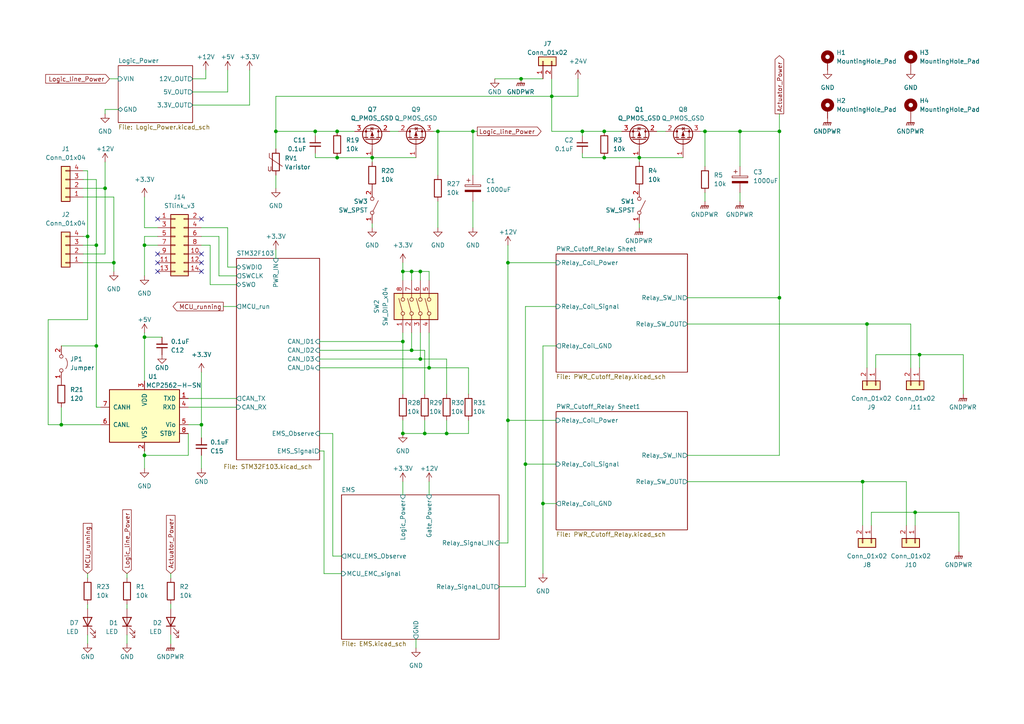
<source format=kicad_sch>
(kicad_sch (version 20230121) (generator eeschema)
  (paper "A4")
  (lib_symbols
    (symbol "Connector_Generic:Conn_01x02" (pin_names (offset 1.016) hide)
      (property "Reference" "J" (at 0 2.54 0))
      (property "Value" "Conn_01x02" (at 0 -5.08 0))
      (symbol "Conn_01x02_1_1"
        (rectangle (start -1.27 -2.413) (end 0 -2.667) (stroke (width 0.1524)))
        (rectangle (start -1.27 0.127) (end 0 -0.127) (stroke (width 0.1524)))
        (rectangle (start -1.27 1.27) (end 1.27 -3.81) (stroke (width 0.254)) (fill (type background)))
        (pin passive line (at -5.08 0 0) (length 3.81) (name "Pin_1") (number "1"))
        (pin passive line (at -5.08 -2.54 0) (length 3.81) (name "Pin_2") (number "2"))
      )
    )
    (symbol "Connector_Generic:Conn_01x04" (pin_names (offset 1.016) hide)
      (property "Reference" "J" (at 0 5.08 0))
      (property "Value" "Conn_01x04" (at 0 -7.62 0))
      (symbol "Conn_01x04_1_1"
        (rectangle (start -1.27 -4.953) (end 0 -5.207) (stroke (width 0.1524)))
        (rectangle (start -1.27 -2.413) (end 0 -2.667) (stroke (width 0.1524)))
        (rectangle (start -1.27 0.127) (end 0 -0.127) (stroke (width 0.1524)))
        (rectangle (start -1.27 2.667) (end 0 2.413) (stroke (width 0.1524)))
        (rectangle (start -1.27 3.81) (end 1.27 -6.35) (stroke (width 0.254)) (fill (type background)))
        (pin passive line (at -5.08 2.54 0) (length 3.81) (name "Pin_1") (number "1"))
        (pin passive line (at -5.08 0 0) (length 3.81) (name "Pin_2") (number "2"))
        (pin passive line (at -5.08 -2.54 0) (length 3.81) (name "Pin_3") (number "3"))
        (pin passive line (at -5.08 -5.08 0) (length 3.81) (name "Pin_4") (number "4"))
      )
    )
    (symbol "Connector_Generic:Conn_02x07_Odd_Even" (pin_names (offset 1.016) hide)
      (property "Reference" "J" (at 1.27 10.16 0))
      (property "Value" "Conn_02x07_Odd_Even" (at 1.27 -10.16 0))
      (symbol "Conn_02x07_Odd_Even_1_1"
        (rectangle (start -1.27 -7.493) (end 0 -7.747) (stroke (width 0.1524)))
        (rectangle (start -1.27 -4.953) (end 0 -5.207) (stroke (width 0.1524)))
        (rectangle (start -1.27 -2.413) (end 0 -2.667) (stroke (width 0.1524)))
        (rectangle (start -1.27 0.127) (end 0 -0.127) (stroke (width 0.1524)))
        (rectangle (start -1.27 2.667) (end 0 2.413) (stroke (width 0.1524)))
        (rectangle (start -1.27 5.207) (end 0 4.953) (stroke (width 0.1524)))
        (rectangle (start -1.27 7.747) (end 0 7.493) (stroke (width 0.1524)))
        (rectangle (start -1.27 8.89) (end 3.81 -8.89) (stroke (width 0.254)) (fill (type background)))
        (rectangle (start 3.81 -7.493) (end 2.54 -7.747) (stroke (width 0.1524)))
        (rectangle (start 3.81 -4.953) (end 2.54 -5.207) (stroke (width 0.1524)))
        (rectangle (start 3.81 -2.413) (end 2.54 -2.667) (stroke (width 0.1524)))
        (rectangle (start 3.81 0.127) (end 2.54 -0.127) (stroke (width 0.1524)))
        (rectangle (start 3.81 2.667) (end 2.54 2.413) (stroke (width 0.1524)))
        (rectangle (start 3.81 5.207) (end 2.54 4.953) (stroke (width 0.1524)))
        (rectangle (start 3.81 7.747) (end 2.54 7.493) (stroke (width 0.1524)))
        (pin passive line (at -5.08 7.62 0) (length 3.81) (name "Pin_1") (number "1"))
        (pin passive line (at 7.62 -2.54 180) (length 3.81) (name "Pin_10") (number "10"))
        (pin passive line (at -5.08 -5.08 0) (length 3.81) (name "Pin_11") (number "11"))
        (pin passive line (at 7.62 -5.08 180) (length 3.81) (name "Pin_12") (number "12"))
        (pin passive line (at -5.08 -7.62 0) (length 3.81) (name "Pin_13") (number "13"))
        (pin passive line (at 7.62 -7.62 180) (length 3.81) (name "Pin_14") (number "14"))
        (pin passive line (at 7.62 7.62 180) (length 3.81) (name "Pin_2") (number "2"))
        (pin passive line (at -5.08 5.08 0) (length 3.81) (name "Pin_3") (number "3"))
        (pin passive line (at 7.62 5.08 180) (length 3.81) (name "Pin_4") (number "4"))
        (pin passive line (at -5.08 2.54 0) (length 3.81) (name "Pin_5") (number "5"))
        (pin passive line (at 7.62 2.54 180) (length 3.81) (name "Pin_6") (number "6"))
        (pin passive line (at -5.08 0 0) (length 3.81) (name "Pin_7") (number "7"))
        (pin passive line (at 7.62 0 180) (length 3.81) (name "Pin_8") (number "8"))
        (pin passive line (at -5.08 -2.54 0) (length 3.81) (name "Pin_9") (number "9"))
      )
    )
    (symbol "Device:C_Polarized" (pin_numbers hide) (pin_names (offset 0.254))
      (property "Reference" "C" (at 0.635 2.54 0))
      (property "Value" "C_Polarized" (at 0.635 -2.54 0))
      (symbol "C_Polarized_0_1"
        (rectangle (start -2.286 0.508) (end 2.286 1.016))
        (polyline (pts (xy -1.778 2.286) (xy -0.762 2.286)))
        (polyline (pts (xy -1.27 2.794) (xy -1.27 1.778)))
        (rectangle (start 2.286 -0.508) (end -2.286 -1.016) (fill (type outline)))
      )
      (symbol "C_Polarized_1_1"
        (pin passive line (at 0 3.81 270) (length 2.794) (name "~") (number "1"))
        (pin passive line (at 0 -3.81 90) (length 2.794) (name "~") (number "2"))
      )
    )
    (symbol "Device:C_Small" (pin_numbers hide) (pin_names (offset 0.254) hide)
      (property "Reference" "C" (at 0.254 1.778 0))
      (property "Value" "C_Small" (at 0.254 -2.032 0))
      (symbol "C_Small_0_1"
        (polyline (pts (xy -1.524 -0.508) (xy 1.524 -0.508)) (stroke (width 0.3302)))
        (polyline (pts (xy -1.524 0.508) (xy 1.524 0.508)) (stroke (width 0.3048)))
      )
      (symbol "C_Small_1_1"
        (pin passive line (at 0 2.54 270) (length 2.032) (name "~") (number "1"))
        (pin passive line (at 0 -2.54 90) (length 2.032) (name "~") (number "2"))
      )
    )
    (symbol "Device:LED" (pin_numbers hide) (pin_names (offset 1.016) hide)
      (property "Reference" "D" (at 0 2.54 0))
      (property "Value" "LED" (at 0 -2.54 0))
      (symbol "LED_0_1"
        (polyline (pts (xy -1.27 -1.27) (xy -1.27 1.27)) (stroke (width 0.254)))
        (polyline (pts (xy -1.27 0) (xy 1.27 0)))
        (polyline (pts (xy 1.27 -1.27) (xy 1.27 1.27) (xy -1.27 0) (xy 1.27 -1.27)) (stroke (width 0.254)))
        (polyline (pts (xy -3.048 -0.762) (xy -4.572 -2.286) (xy -3.81 -2.286) (xy -4.572 -2.286) (xy -4.572 -1.524)))
        (polyline (pts (xy -1.778 -0.762) (xy -3.302 -2.286) (xy -2.54 -2.286) (xy -3.302 -2.286) (xy -3.302 -1.524)))
      )
      (symbol "LED_1_1"
        (pin passive line (at -3.81 0 0) (length 2.54) (name "K") (number "1"))
        (pin passive line (at 3.81 0 180) (length 2.54) (name "A") (number "2"))
      )
    )
    (symbol "Device:Q_PMOS_GDS" (pin_names (offset 0) hide)
      (property "Reference" "Q" (at 5.08 1.27 0))
      (property "Value" "Q_PMOS_GDS" (at 5.08 -1.27 0))
      (symbol "Q_PMOS_GDS_0_1"
        (polyline (pts (xy 0.254 0) (xy -2.54 0)))
        (polyline (pts (xy 0.254 1.905) (xy 0.254 -1.905)) (stroke (width 0.254)))
        (polyline (pts (xy 0.762 -1.27) (xy 0.762 -2.286)) (stroke (width 0.254)))
        (polyline (pts (xy 0.762 0.508) (xy 0.762 -0.508)) (stroke (width 0.254)))
        (polyline (pts (xy 0.762 2.286) (xy 0.762 1.27)) (stroke (width 0.254)))
        (polyline (pts (xy 2.54 2.54) (xy 2.54 1.778)))
        (polyline (pts (xy 2.54 -2.54) (xy 2.54 0) (xy 0.762 0)))
        (polyline (pts (xy 0.762 1.778) (xy 3.302 1.778) (xy 3.302 -1.778) (xy 0.762 -1.778)))
        (polyline (pts (xy 2.286 0) (xy 1.27 0.381) (xy 1.27 -0.381) (xy 2.286 0)) (fill (type outline)))
        (polyline (pts (xy 2.794 -0.508) (xy 2.921 -0.381) (xy 3.683 -0.381) (xy 3.81 -0.254)))
        (polyline (pts (xy 3.302 -0.381) (xy 2.921 0.254) (xy 3.683 0.254) (xy 3.302 -0.381)))
        (circle (center 1.651 0) (radius 2.794) (stroke (width 0.254)))
        (circle (center 2.54 -1.778) (radius 0.254) (fill (type outline)))
        (circle (center 2.54 1.778) (radius 0.254) (fill (type outline)))
      )
      (symbol "Q_PMOS_GDS_1_1"
        (pin input line (at -5.08 0 0) (length 2.54) (name "G") (number "1"))
        (pin passive line (at 2.54 5.08 270) (length 2.54) (name "D") (number "2"))
        (pin passive line (at 2.54 -5.08 90) (length 2.54) (name "S") (number "3"))
      )
    )
    (symbol "Device:R" (pin_numbers hide) (pin_names (offset 0))
      (property "Reference" "R" (at 2.032 0 90))
      (property "Value" "R" (at 0 0 90))
      (symbol "R_0_1"
        (rectangle (start -1.016 -2.54) (end 1.016 2.54) (stroke (width 0.254)))
      )
      (symbol "R_1_1"
        (pin passive line (at 0 3.81 270) (length 1.27) (name "~") (number "1"))
        (pin passive line (at 0 -3.81 90) (length 1.27) (name "~") (number "2"))
      )
    )
    (symbol "Device:Varistor" (pin_numbers hide) (pin_names (offset 0))
      (property "Reference" "RV" (at 3.175 0 90))
      (property "Value" "Varistor" (at -3.175 0 90))
      (symbol "Varistor_0_0"
        (text "U" (at -1.778 -2.032 0) (effects (font (size 1.27 1.27))))
      )
      (symbol "Varistor_0_1"
        (rectangle (start -1.016 -2.54) (end 1.016 2.54) (stroke (width 0.254)))
        (polyline (pts (xy -1.905 2.54) (xy -1.905 1.27) (xy 1.905 -1.27)))
      )
      (symbol "Varistor_1_1"
        (pin passive line (at 0 3.81 270) (length 1.27) (name "~") (number "1"))
        (pin passive line (at 0 -3.81 90) (length 1.27) (name "~") (number "2"))
      )
    )
    (symbol "Interface_CAN_LIN:MCP2562-H-SN" (pin_names (offset 1.016))
      (property "Reference" "U" (at -10.16 8.89 0))
      (property "Value" "MCP2562-H-SN" (at 2.54 8.89 0))
      (symbol "MCP2562-H-SN_0_1"
        (rectangle (start -10.16 7.62) (end 10.16 -7.62) (stroke (width 0.254)) (fill (type background)))
      )
      (symbol "MCP2562-H-SN_1_1"
        (pin input line (at -12.7 5.08 0) (length 2.54) (name "TXD") (number "1"))
        (pin power_in line (at 0 -10.16 90) (length 2.54) (name "VSS") (number "2"))
        (pin power_in line (at 0 10.16 270) (length 2.54) (name "VDD") (number "3"))
        (pin output line (at -12.7 2.54 0) (length 2.54) (name "RXD") (number "4"))
        (pin power_in line (at -12.7 -2.54 0) (length 2.54) (name "Vio") (number "5"))
        (pin bidirectional line (at 12.7 -2.54 180) (length 2.54) (name "CANL") (number "6"))
        (pin bidirectional line (at 12.7 2.54 180) (length 2.54) (name "CANH") (number "7"))
        (pin input line (at -12.7 -5.08 0) (length 2.54) (name "STBY") (number "8"))
      )
    )
    (symbol "Jumper:Jumper_2_Open" (pin_names (offset 0) hide)
      (property "Reference" "JP" (at 0 2.794 0))
      (property "Value" "Jumper_2_Open" (at 0 -2.286 0))
      (symbol "Jumper_2_Open_0_0"
        (circle (center -2.032 0) (radius 0.508))
        (circle (center 2.032 0) (radius 0.508))
      )
      (symbol "Jumper_2_Open_0_1"
        (arc (start 1.524 1.27) (mid 0 1.778) (end -1.524 1.27))
      )
      (symbol "Jumper_2_Open_1_1"
        (pin passive line (at -5.08 0 0) (length 2.54) (name "A") (number "1"))
        (pin passive line (at 5.08 0 180) (length 2.54) (name "B") (number "2"))
      )
    )
    (symbol "Mechanical:MountingHole_Pad" (pin_numbers hide) (pin_names (offset 1.016) hide)
      (property "Reference" "H" (at 0 6.35 0))
      (property "Value" "MountingHole_Pad" (at 0 4.445 0))
      (symbol "MountingHole_Pad_0_1"
        (circle (center 0 1.27) (radius 1.27) (stroke (width 1.27)))
      )
      (symbol "MountingHole_Pad_1_1"
        (pin input line (at 0 -2.54 90) (length 2.54) (name "1") (number "1"))
      )
    )
    (symbol "Switch:SW_DIP_x04" (pin_names (offset 0) hide)
      (property "Reference" "SW" (at 0 8.89 0))
      (property "Value" "SW_DIP_x04" (at 0 -6.35 0))
      (symbol "SW_DIP_x04_0_0"
        (circle (center -2.032 -2.54) (radius 0.508))
        (circle (center -2.032 0) (radius 0.508))
        (circle (center -2.032 2.54) (radius 0.508))
        (circle (center -2.032 5.08) (radius 0.508))
        (polyline (pts (xy -1.524 -2.3876) (xy 2.3622 -1.3462)))
        (polyline (pts (xy -1.524 0.127) (xy 2.3622 1.1684)))
        (polyline (pts (xy -1.524 2.667) (xy 2.3622 3.7084)))
        (polyline (pts (xy -1.524 5.207) (xy 2.3622 6.2484)))
        (circle (center 2.032 -2.54) (radius 0.508))
        (circle (center 2.032 0) (radius 0.508))
        (circle (center 2.032 2.54) (radius 0.508))
        (circle (center 2.032 5.08) (radius 0.508))
      )
      (symbol "SW_DIP_x04_0_1"
        (rectangle (start -3.81 7.62) (end 3.81 -5.08) (stroke (width 0.254)) (fill (type background)))
      )
      (symbol "SW_DIP_x04_1_1"
        (pin passive line (at -7.62 5.08 0) (length 5.08) (name "~") (number "1"))
        (pin passive line (at -7.62 2.54 0) (length 5.08) (name "~") (number "2"))
        (pin passive line (at -7.62 0 0) (length 5.08) (name "~") (number "3"))
        (pin passive line (at -7.62 -2.54 0) (length 5.08) (name "~") (number "4"))
        (pin passive line (at 7.62 -2.54 180) (length 5.08) (name "~") (number "5"))
        (pin passive line (at 7.62 0 180) (length 5.08) (name "~") (number "6"))
        (pin passive line (at 7.62 2.54 180) (length 5.08) (name "~") (number "7"))
        (pin passive line (at 7.62 5.08 180) (length 5.08) (name "~") (number "8"))
      )
    )
    (symbol "Switch:SW_SPST" (pin_names (offset 0) hide)
      (property "Reference" "SW" (at 0 3.175 0))
      (property "Value" "SW_SPST" (at 0 -2.54 0))
      (symbol "SW_SPST_0_0"
        (circle (center -2.032 0) (radius 0.508))
        (polyline (pts (xy -1.524 0.254) (xy 1.524 1.778)))
        (circle (center 2.032 0) (radius 0.508))
      )
      (symbol "SW_SPST_1_1"
        (pin passive line (at -5.08 0 0) (length 2.54) (name "A") (number "1"))
        (pin passive line (at 5.08 0 180) (length 2.54) (name "B") (number "2"))
      )
    )
    (symbol "power:+12V" (power) (pin_names (offset 0))
      (property "Value" "+12V" (at 0 3.556 0))
      (symbol "+12V_0_1"
        (polyline (pts (xy -0.762 1.27) (xy 0 2.54)))
        (polyline (pts (xy 0 0) (xy 0 2.54)))
        (polyline (pts (xy 0 2.54) (xy 0.762 1.27)))
      )
      (symbol "+12V_1_1"
        (pin power_in line (at 0 0 90) (length 0) hide (name "+12V") (number "1"))
      )
    )
    (symbol "power:+24V" (power) (pin_names (offset 0))
      (property "Value" "+24V" (at 0 3.556 0))
      (symbol "+24V_0_1"
        (polyline (pts (xy -0.762 1.27) (xy 0 2.54)))
        (polyline (pts (xy 0 0) (xy 0 2.54)))
        (polyline (pts (xy 0 2.54) (xy 0.762 1.27)))
      )
      (symbol "+24V_1_1"
        (pin power_in line (at 0 0 90) (length 0) hide (name "+24V") (number "1"))
      )
    )
    (symbol "power:+3.3V" (power) (pin_names (offset 0))
      (property "Value" "+3.3V" (at 0 3.556 0))
      (symbol "+3.3V_0_1"
        (polyline (pts (xy -0.762 1.27) (xy 0 2.54)))
        (polyline (pts (xy 0 0) (xy 0 2.54)))
        (polyline (pts (xy 0 2.54) (xy 0.762 1.27)))
      )
      (symbol "+3.3V_1_1"
        (pin power_in line (at 0 0 90) (length 0) hide (name "+3.3V") (number "1"))
      )
    )
    (symbol "power:+5V" (power) (pin_names (offset 0))
      (property "Value" "+5V" (at 0 3.556 0))
      (symbol "+5V_0_1"
        (polyline (pts (xy -0.762 1.27) (xy 0 2.54)))
        (polyline (pts (xy 0 0) (xy 0 2.54)))
        (polyline (pts (xy 0 2.54) (xy 0.762 1.27)))
      )
      (symbol "+5V_1_1"
        (pin power_in line (at 0 0 90) (length 0) hide (name "+5V") (number "1"))
      )
    )
    (symbol "power:GND" (power) (pin_names (offset 0))
      (property "Value" "GND" (at 0 -3.81 0))
      (symbol "GND_0_1"
        (polyline (pts (xy 0 0) (xy 0 -1.27) (xy 1.27 -1.27) (xy 0 -2.54) (xy -1.27 -1.27) (xy 0 -1.27)))
      )
      (symbol "GND_1_1"
        (pin power_in line (at 0 0 270) (length 0) hide (name "GND") (number "1"))
      )
    )
    (symbol "power:GNDPWR" (power) (pin_names (offset 0))
      (property "Value" "GNDPWR" (at 0 -3.302 0))
      (symbol "GNDPWR_0_1"
        (polyline (pts (xy 0 -1.27) (xy 0 0)))
        (polyline (pts (xy -1.016 -1.27) (xy -1.27 -2.032) (xy -1.27 -2.032)) (stroke (width 0.2032)))
        (polyline (pts (xy -0.508 -1.27) (xy -0.762 -2.032) (xy -0.762 -2.032)) (stroke (width 0.2032)))
        (polyline (pts (xy 0 -1.27) (xy -0.254 -2.032) (xy -0.254 -2.032)) (stroke (width 0.2032)))
        (polyline (pts (xy 0.508 -1.27) (xy 0.254 -2.032) (xy 0.254 -2.032)) (stroke (width 0.2032)))
        (polyline (pts (xy 1.016 -1.27) (xy -1.016 -1.27) (xy -1.016 -1.27)) (stroke (width 0.2032)))
        (polyline (pts (xy 1.016 -1.27) (xy 0.762 -2.032) (xy 0.762 -2.032) (xy 0.762 -2.032)) (stroke (width 0.2032)))
      )
      (symbol "GNDPWR_1_1"
        (pin power_in line (at 0 0 270) (length 0) hide (name "GNDPWR") (number "1"))
      )
    )
  )
  (junction (at 116.84 125.73))
  (junction (at 226.06 86.36))
  (junction (at 30.48 54.61))
  (junction (at 129.54 125.73))
  (junction (at 107.95 45.72))
  (junction (at 157.48 146.05))
  (junction (at 137.16 38.1))
  (junction (at 27.94 100.33))
  (junction (at 151.13 22.86))
  (junction (at 33.02 76.2))
  (junction (at 152.4 134.62))
  (junction (at 160.02 27.94))
  (junction (at 41.91 132.08))
  (junction (at 175.26 45.72))
  (junction (at 27.94 71.12))
  (junction (at 175.26 38.1))
  (junction (at 251.46 93.98))
  (junction (at 214.63 38.1))
  (junction (at 266.7 102.87))
  (junction (at 123.19 125.73))
  (junction (at 121.92 104.14))
  (junction (at 17.78 123.19))
  (junction (at 185.42 45.72))
  (junction (at 97.79 45.72))
  (junction (at 116.84 99.06))
  (junction (at 124.46 106.68))
  (junction (at 58.42 123.19))
  (junction (at 97.79 38.1))
  (junction (at 265.43 148.59))
  (junction (at 119.38 78.74))
  (junction (at 80.01 38.1))
  (junction (at 204.47 38.1))
  (junction (at 119.38 101.6))
  (junction (at 41.91 71.12))
  (junction (at 127 38.1))
  (junction (at 250.19 139.7))
  (junction (at 91.44 38.1))
  (junction (at 147.32 121.92))
  (junction (at 41.91 97.79))
  (junction (at 226.06 38.1))
  (junction (at 25.4 68.58))
  (junction (at 168.91 38.1))
  (junction (at 147.32 76.2))
  (junction (at 121.92 78.74))
  (junction (at 116.84 78.74))
  (no_connect (at 45.72 78.74))
  (no_connect (at 58.42 73.66))
  (no_connect (at 45.72 76.2))
  (no_connect (at 58.42 76.2))
  (no_connect (at 58.42 63.5))
  (no_connect (at 45.72 63.5))
  (no_connect (at 45.72 73.66))
  (no_connect (at 58.42 78.74))
  (wire (pts (xy 204.47 38.1) (xy 203.2 38.1)))
  (wire (pts (xy 63.5 68.58) (xy 63.5 80.01)))
  (wire (pts (xy 93.98 166.37) (xy 93.98 130.81)))
  (wire (pts (xy 91.44 44.45) (xy 91.44 45.72)))
  (wire (pts (xy 168.91 38.1) (xy 175.26 38.1)))
  (wire (pts (xy 157.48 100.33) (xy 161.29 100.33)))
  (wire (pts (xy 124.46 81.28) (xy 124.46 78.74)))
  (wire (pts (xy 152.4 170.18) (xy 152.4 134.62)))
  (wire (pts (xy 119.38 96.52) (xy 119.38 101.6)))
  (wire (pts (xy 116.84 125.73) (xy 123.19 125.73)))
  (wire (pts (xy 147.32 76.2) (xy 161.29 76.2)))
  (wire (pts (xy 168.91 45.72) (xy 175.26 45.72)))
  (wire (pts (xy 66.04 66.04) (xy 58.42 66.04)))
  (wire (pts (xy 41.91 132.08) (xy 41.91 130.81)))
  (wire (pts (xy 92.71 104.14) (xy 121.92 104.14)))
  (wire (pts (xy 30.48 46.99) (xy 30.48 54.61)))
  (wire (pts (xy 143.51 22.86) (xy 151.13 22.86)))
  (wire (pts (xy 129.54 114.3) (xy 129.54 104.14)))
  (wire (pts (xy 97.79 38.1) (xy 102.87 38.1)))
  (wire (pts (xy 92.71 101.6) (xy 119.38 101.6)))
  (wire (pts (xy 116.84 114.3) (xy 116.84 99.06)))
  (wire (pts (xy 91.44 45.72) (xy 97.79 45.72)))
  (wire (pts (xy 55.88 22.86) (xy 59.69 22.86)))
  (wire (pts (xy 252.73 152.4) (xy 252.73 148.59)))
  (wire (pts (xy 24.13 71.12) (xy 27.94 71.12)))
  (wire (pts (xy 66.04 77.47) (xy 66.04 66.04)))
  (wire (pts (xy 45.72 71.12) (xy 41.91 71.12)))
  (wire (pts (xy 27.94 52.07) (xy 27.94 71.12)))
  (wire (pts (xy 80.01 38.1) (xy 80.01 43.18)))
  (wire (pts (xy 160.02 22.86) (xy 160.02 27.94)))
  (wire (pts (xy 214.63 58.42) (xy 214.63 55.88)))
  (wire (pts (xy 116.84 76.2) (xy 116.84 78.74)))
  (wire (pts (xy 30.48 31.75) (xy 34.29 31.75)))
  (wire (pts (xy 96.52 125.73) (xy 92.71 125.73)))
  (wire (pts (xy 41.91 97.79) (xy 46.99 97.79)))
  (wire (pts (xy 185.42 64.77) (xy 185.42 66.04)))
  (wire (pts (xy 123.19 114.3) (xy 123.19 101.6)))
  (wire (pts (xy 199.39 139.7) (xy 250.19 139.7)))
  (wire (pts (xy 121.92 81.28) (xy 121.92 78.74)))
  (wire (pts (xy 199.39 132.08) (xy 226.06 132.08)))
  (wire (pts (xy 175.26 38.1) (xy 180.34 38.1)))
  (wire (pts (xy 199.39 86.36) (xy 226.06 86.36)))
  (wire (pts (xy 167.64 27.94) (xy 160.02 27.94)))
  (wire (pts (xy 93.98 130.81) (xy 92.71 130.81)))
  (wire (pts (xy 41.91 97.79) (xy 41.91 110.49)))
  (wire (pts (xy 30.48 54.61) (xy 30.48 73.66)))
  (wire (pts (xy 121.92 104.14) (xy 129.54 104.14)))
  (wire (pts (xy 80.01 38.1) (xy 80.01 27.94)))
  (wire (pts (xy 41.91 71.12) (xy 41.91 80.01)))
  (wire (pts (xy 262.89 139.7) (xy 250.19 139.7)))
  (wire (pts (xy 119.38 81.28) (xy 119.38 78.74)))
  (wire (pts (xy 59.69 20.32) (xy 59.69 22.86)))
  (wire (pts (xy 45.72 68.58) (xy 41.91 68.58)))
  (wire (pts (xy 13.97 123.19) (xy 13.97 92.71)))
  (wire (pts (xy 24.13 73.66) (xy 30.48 73.66)))
  (wire (pts (xy 96.52 161.29) (xy 96.52 125.73)))
  (wire (pts (xy 80.01 50.8) (xy 80.01 54.61)))
  (wire (pts (xy 266.7 106.68) (xy 266.7 102.87)))
  (wire (pts (xy 119.38 78.74) (xy 116.84 78.74)))
  (wire (pts (xy 124.46 106.68) (xy 135.89 106.68)))
  (wire (pts (xy 64.77 88.9) (xy 68.58 88.9)))
  (wire (pts (xy 31.75 22.86) (xy 34.29 22.86)))
  (wire (pts (xy 152.4 88.9) (xy 152.4 134.62)))
  (wire (pts (xy 204.47 58.42) (xy 204.47 55.88)))
  (wire (pts (xy 58.42 135.89) (xy 58.42 132.08)))
  (wire (pts (xy 66.04 26.67) (xy 55.88 26.67)))
  (wire (pts (xy 80.01 27.94) (xy 160.02 27.94)))
  (wire (pts (xy 72.39 30.48) (xy 55.88 30.48)))
  (wire (pts (xy 250.19 139.7) (xy 250.19 152.4)))
  (wire (pts (xy 123.19 125.73) (xy 129.54 125.73)))
  (wire (pts (xy 168.91 39.37) (xy 168.91 38.1)))
  (wire (pts (xy 137.16 38.1) (xy 138.43 38.1)))
  (wire (pts (xy 25.4 49.53) (xy 25.4 68.58)))
  (wire (pts (xy 49.53 166.37) (xy 49.53 167.64)))
  (wire (pts (xy 93.98 166.37) (xy 99.06 166.37)))
  (wire (pts (xy 120.65 185.42) (xy 120.65 187.96)))
  (wire (pts (xy 80.01 72.39) (xy 80.01 74.93)))
  (wire (pts (xy 168.91 44.45) (xy 168.91 45.72)))
  (wire (pts (xy 36.83 184.15) (xy 36.83 186.69)))
  (wire (pts (xy 63.5 80.01) (xy 68.58 80.01)))
  (wire (pts (xy 129.54 121.92) (xy 129.54 125.73)))
  (wire (pts (xy 167.64 22.86) (xy 167.64 27.94)))
  (wire (pts (xy 204.47 38.1) (xy 204.47 48.26)))
  (wire (pts (xy 124.46 96.52) (xy 124.46 106.68)))
  (wire (pts (xy 152.4 134.62) (xy 161.29 134.62)))
  (wire (pts (xy 25.4 175.26) (xy 25.4 176.53)))
  (wire (pts (xy 262.89 152.4) (xy 262.89 139.7)))
  (wire (pts (xy 123.19 121.92) (xy 123.19 125.73)))
  (wire (pts (xy 121.92 78.74) (xy 119.38 78.74)))
  (wire (pts (xy 54.61 118.11) (xy 68.58 118.11)))
  (wire (pts (xy 124.46 139.7) (xy 124.46 143.51)))
  (wire (pts (xy 135.89 114.3) (xy 135.89 106.68)))
  (wire (pts (xy 226.06 86.36) (xy 226.06 132.08)))
  (wire (pts (xy 72.39 20.32) (xy 72.39 30.48)))
  (wire (pts (xy 91.44 39.37) (xy 91.44 38.1)))
  (wire (pts (xy 17.78 123.19) (xy 29.21 123.19)))
  (wire (pts (xy 226.06 33.02) (xy 226.06 38.1)))
  (wire (pts (xy 137.16 58.42) (xy 137.16 66.04)))
  (wire (pts (xy 33.02 57.15) (xy 33.02 76.2)))
  (wire (pts (xy 25.4 92.71) (xy 25.4 68.58)))
  (wire (pts (xy 116.84 139.7) (xy 116.84 143.51)))
  (wire (pts (xy 160.02 38.1) (xy 168.91 38.1)))
  (wire (pts (xy 144.78 157.48) (xy 147.32 157.48)))
  (wire (pts (xy 119.38 101.6) (xy 123.19 101.6)))
  (wire (pts (xy 264.16 93.98) (xy 251.46 93.98)))
  (wire (pts (xy 24.13 54.61) (xy 30.48 54.61)))
  (wire (pts (xy 24.13 76.2) (xy 33.02 76.2)))
  (wire (pts (xy 97.79 45.72) (xy 107.95 45.72)))
  (wire (pts (xy 27.94 118.11) (xy 27.94 100.33)))
  (wire (pts (xy 27.94 71.12) (xy 27.94 100.33)))
  (wire (pts (xy 116.84 121.92) (xy 116.84 125.73)))
  (wire (pts (xy 25.4 166.37) (xy 25.4 167.64)))
  (wire (pts (xy 41.91 57.15) (xy 41.91 66.04)))
  (wire (pts (xy 36.83 166.37) (xy 36.83 167.64)))
  (wire (pts (xy 116.84 96.52) (xy 116.84 99.06)))
  (wire (pts (xy 17.78 123.19) (xy 17.78 118.11)))
  (wire (pts (xy 137.16 38.1) (xy 137.16 50.8)))
  (wire (pts (xy 107.95 45.72) (xy 120.65 45.72)))
  (wire (pts (xy 92.71 106.68) (xy 124.46 106.68)))
  (wire (pts (xy 161.29 88.9) (xy 152.4 88.9)))
  (wire (pts (xy 49.53 175.26) (xy 49.53 176.53)))
  (wire (pts (xy 151.13 22.86) (xy 157.48 22.86)))
  (wire (pts (xy 157.48 146.05) (xy 157.48 166.37)))
  (wire (pts (xy 144.78 170.18) (xy 152.4 170.18)))
  (wire (pts (xy 58.42 127) (xy 58.42 123.19)))
  (wire (pts (xy 66.04 20.32) (xy 66.04 26.67)))
  (wire (pts (xy 13.97 92.71) (xy 25.4 92.71)))
  (wire (pts (xy 54.61 132.08) (xy 41.91 132.08)))
  (wire (pts (xy 91.44 38.1) (xy 97.79 38.1)))
  (wire (pts (xy 24.13 57.15) (xy 33.02 57.15)))
  (wire (pts (xy 190.5 38.1) (xy 193.04 38.1)))
  (wire (pts (xy 147.32 157.48) (xy 147.32 121.92)))
  (wire (pts (xy 107.95 45.72) (xy 107.95 46.99)))
  (wire (pts (xy 266.7 102.87) (xy 279.4 102.87)))
  (wire (pts (xy 135.89 121.92) (xy 135.89 125.73)))
  (wire (pts (xy 199.39 93.98) (xy 251.46 93.98)))
  (wire (pts (xy 121.92 96.52) (xy 121.92 104.14)))
  (wire (pts (xy 175.26 45.72) (xy 185.42 45.72)))
  (wire (pts (xy 63.5 68.58) (xy 58.42 68.58)))
  (wire (pts (xy 41.91 68.58) (xy 41.91 71.12)))
  (wire (pts (xy 96.52 161.29) (xy 99.06 161.29)))
  (wire (pts (xy 127 38.1) (xy 137.16 38.1)))
  (wire (pts (xy 58.42 123.19) (xy 54.61 123.19)))
  (wire (pts (xy 17.78 123.19) (xy 13.97 123.19)))
  (wire (pts (xy 204.47 38.1) (xy 214.63 38.1)))
  (wire (pts (xy 24.13 49.53) (xy 25.4 49.53)))
  (wire (pts (xy 36.83 175.26) (xy 36.83 176.53)))
  (wire (pts (xy 30.48 31.75) (xy 30.48 33.02)))
  (wire (pts (xy 147.32 121.92) (xy 147.32 76.2)))
  (wire (pts (xy 135.89 125.73) (xy 129.54 125.73)))
  (wire (pts (xy 25.4 184.15) (xy 25.4 186.69)))
  (wire (pts (xy 80.01 38.1) (xy 91.44 38.1)))
  (wire (pts (xy 116.84 78.74) (xy 116.84 81.28)))
  (wire (pts (xy 254 102.87) (xy 266.7 102.87)))
  (wire (pts (xy 252.73 148.59) (xy 265.43 148.59)))
  (wire (pts (xy 41.91 96.52) (xy 41.91 97.79)))
  (wire (pts (xy 185.42 45.72) (xy 198.12 45.72)))
  (wire (pts (xy 58.42 71.12) (xy 60.96 71.12)))
  (wire (pts (xy 127 50.8) (xy 127 38.1)))
  (wire (pts (xy 125.73 38.1) (xy 127 38.1)))
  (wire (pts (xy 160.02 27.94) (xy 160.02 38.1)))
  (wire (pts (xy 45.72 66.04) (xy 41.91 66.04)))
  (wire (pts (xy 147.32 71.12) (xy 147.32 76.2)))
  (wire (pts (xy 33.02 76.2) (xy 33.02 78.74)))
  (wire (pts (xy 265.43 152.4) (xy 265.43 148.59)))
  (wire (pts (xy 92.71 99.06) (xy 116.84 99.06)))
  (wire (pts (xy 49.53 184.15) (xy 49.53 186.69)))
  (wire (pts (xy 58.42 107.95) (xy 58.42 123.19)))
  (wire (pts (xy 124.46 78.74) (xy 121.92 78.74)))
  (wire (pts (xy 226.06 38.1) (xy 226.06 86.36)))
  (wire (pts (xy 157.48 100.33) (xy 157.48 146.05)))
  (wire (pts (xy 24.13 52.07) (xy 27.94 52.07)))
  (wire (pts (xy 127 58.42) (xy 127 66.04)))
  (wire (pts (xy 264.16 106.68) (xy 264.16 93.98)))
  (wire (pts (xy 41.91 135.89) (xy 41.91 132.08)))
  (wire (pts (xy 214.63 38.1) (xy 226.06 38.1)))
  (wire (pts (xy 214.63 48.26) (xy 214.63 38.1)))
  (wire (pts (xy 278.13 148.59) (xy 278.13 160.02)))
  (wire (pts (xy 54.61 125.73) (xy 54.61 132.08)))
  (wire (pts (xy 185.42 45.72) (xy 185.42 46.99)))
  (wire (pts (xy 107.95 64.77) (xy 107.95 66.04)))
  (wire (pts (xy 54.61 115.57) (xy 68.58 115.57)))
  (wire (pts (xy 60.96 82.55) (xy 68.58 82.55)))
  (wire (pts (xy 60.96 71.12) (xy 60.96 82.55)))
  (wire (pts (xy 25.4 68.58) (xy 24.13 68.58)))
  (wire (pts (xy 27.94 100.33) (xy 17.78 100.33)))
  (wire (pts (xy 161.29 121.92) (xy 147.32 121.92)))
  (wire (pts (xy 27.94 118.11) (xy 29.21 118.11)))
  (wire (pts (xy 157.48 146.05) (xy 161.29 146.05)))
  (wire (pts (xy 251.46 93.98) (xy 251.46 106.68)))
  (wire (pts (xy 68.58 77.47) (xy 66.04 77.47)))
  (wire (pts (xy 279.4 102.87) (xy 279.4 114.3)))
  (wire (pts (xy 113.03 38.1) (xy 115.57 38.1)))
  (wire (pts (xy 254 106.68) (xy 254 102.87)))
  (wire (pts (xy 265.43 148.59) (xy 278.13 148.59)))
  (global_label "Actuator_Power" (shape output) (at 226.06 33.02 90) (property "Intersheetrefs" "${INTERSHEET_REFS}" (effects hide)))
  (global_label "Logic_line_Power" (shape input) (at 31.75 22.86 180) (property "Intersheetrefs" "${INTERSHEET_REFS}" (effects hide)))
  (global_label "Actuator_Power" (shape input) (at 49.53 166.37 90) (property "Intersheetrefs" "${INTERSHEET_REFS}" (effects hide)))
  (global_label "MCU_running" (shape input) (at 25.4 166.37 90) (property "Intersheetrefs" "${INTERSHEET_REFS}" (effects hide)))
  (global_label "Logic_line_Power" (shape input) (at 36.83 166.37 90) (property "Intersheetrefs" "${INTERSHEET_REFS}" (effects hide)))
  (global_label "Logic_line_Power" (shape output) (at 138.43 38.1 0) (property "Intersheetrefs" "${INTERSHEET_REFS}" (effects hide)))
  (global_label "MCU_running" (shape output) (at 64.77 88.9 180) (property "Intersheetrefs" "${INTERSHEET_REFS}" (effects hide)))
  (symbol (lib_id "Interface_CAN_LIN:MCP2562-H-SN") (at 41.91 120.65 0) (mirror y) (unit 1)
    (property "Reference" "U1" (at 45.72 109.22 0) (effects (justify left)))
    (property "Value" "MCP2562-H-SN" (at 58.42 111.76 0) (effects (justify left)))
    (property "Footprint" "Package_SO:SOIC-8_3.9x4.9mm_P1.27mm" (effects hide))
    (property "Datasheet" "http://ww1.microchip.com/downloads/en/DeviceDoc/25167A.pdf" (effects hide))
  )
  (symbol (lib_id "Device:Q_PMOS_GDS") (at 107.95 40.64 270) (mirror x) (unit 1)
    (property "Reference" "Q7" (at 107.95 31.75 90))
    (property "Value" "Q_PMOS_GSD" (at 107.95 34.29 90))
    (property "Footprint" "Package_TO_SOT_SMD:TO-252-2" (effects hide))
  )
  (symbol (lib_id "power:GND") (at 137.16 66.04 0) (unit 1)
    (property "Reference" "#PWR015" (effects hide))
    (property "Value" "GND" (at 137.16 71.12 0))
  )
  (symbol (lib_id "Device:R") (at 25.4 171.45 0) (mirror y) (unit 1)
    (property "Reference" "R23" (at 27.94 170.18 0) (effects (justify right)))
    (property "Value" "10k" (at 27.94 172.72 0) (effects (justify right)))
    (property "Footprint" "Resistor_SMD:R_0603_1608Metric_Pad0.98x0.95mm_HandSolder" (effects hide))
  )
  (symbol (lib_id "power:GND") (at 46.99 102.87 0) (unit 1)
    (property "Reference" "#PWR018" (effects hide))
    (property "Value" "GND" (at 46.99 106.68 0))
  )
  (symbol (lib_id "power:+12V") (at 59.69 20.32 0) (unit 1)
    (property "Reference" "#PWR014" (effects hide))
    (property "Value" "+12V" (at 59.69 16.51 0))
  )
  (symbol (lib_id "power:GND") (at 120.65 187.96 0) (unit 1)
    (property "Reference" "#PWR012" (effects hide))
    (property "Value" "GND" (at 120.65 193.04 0))
  )
  (symbol (lib_id "power:GND") (at 30.48 33.02 0) (unit 1)
    (property "Reference" "#PWR04" (effects hide))
    (property "Value" "GND" (at 30.48 38.1 0))
  )
  (symbol (lib_id "power:GND") (at 41.91 135.89 0) (unit 1)
    (property "Reference" "#PWR06" (effects hide))
    (property "Value" "GND" (at 41.91 140.97 0))
  )
  (symbol (lib_id "Device:R") (at 49.53 171.45 0) (mirror y) (unit 1)
    (property "Reference" "R2" (at 52.07 170.18 0) (effects (justify right)))
    (property "Value" "10k" (at 52.07 172.72 0) (effects (justify right)))
    (property "Footprint" "Resistor_SMD:R_0603_1608Metric_Pad0.98x0.95mm_HandSolder" (effects hide))
  )
  (symbol (lib_id "Switch:SW_SPST") (at 185.42 59.69 270) (mirror x) (unit 1)
    (property "Reference" "SW1" (at 184.15 58.42 90) (effects (justify right)))
    (property "Value" "SW_SPST" (at 184.15 60.96 90) (effects (justify right)))
    (property "Footprint" "RDC_general:Toggle_switch" (effects hide))
  )
  (symbol (lib_id "Device:C_Small") (at 91.44 41.91 0) (mirror y) (unit 1)
    (property "Reference" "C11" (at 88.9 40.6463 0) (effects (justify left)))
    (property "Value" "0.1uF" (at 88.9 43.1863 0) (effects (justify left)))
    (property "Footprint" "Capacitor_SMD:C_0603_1608Metric_Pad1.08x0.95mm_HandSolder" (effects hide))
  )
  (symbol (lib_id "power:GNDPWR") (at 279.4 114.3 0) (unit 1)
    (property "Reference" "#PWR032" (effects hide))
    (property "Value" "GNDPWR" (at 279.273 118.11 0))
  )
  (symbol (lib_id "Device:R") (at 129.54 118.11 0) (mirror y) (unit 1)
    (property "Reference" "R30" (at 130.81 116.84 0) (effects (justify right)))
    (property "Value" "10k" (at 130.81 119.38 0) (effects (justify right)))
    (property "Footprint" "Resistor_SMD:R_0603_1608Metric_Pad0.98x0.95mm_HandSolder" (effects hide))
  )
  (symbol (lib_id "power:GNDPWR") (at 185.42 66.04 0) (unit 1)
    (property "Reference" "#PWR023" (effects hide))
    (property "Value" "GNDPWR" (at 185.293 69.85 0))
  )
  (symbol (lib_id "power:+3.3V") (at 116.84 139.7 0) (unit 1)
    (property "Reference" "#PWR011" (effects hide))
    (property "Value" "+3.3V" (at 116.84 135.89 0))
  )
  (symbol (lib_id "Device:LED") (at 49.53 180.34 90) (unit 1)
    (property "Reference" "D2" (at 46.99 180.6575 90) (effects (justify left)))
    (property "Value" "LED" (at 46.99 183.1975 90) (effects (justify left)))
    (property "Footprint" "LED_SMD:LED_0603_1608Metric_Pad1.05x0.95mm_HandSolder" (effects hide))
  )
  (symbol (lib_id "Connector_Generic:Conn_02x07_Odd_Even") (at 50.8 71.12 0) (unit 1)
    (property "Reference" "J14" (at 52.07 57.15 0))
    (property "Value" "STlink_v3" (at 52.07 59.69 0))
    (property "Footprint" "RDC_general:JTAG_box_connector" (effects hide))
  )
  (symbol (lib_id "Device:R") (at 175.26 41.91 0) (mirror y) (unit 1)
    (property "Reference" "R3" (at 177.8 40.64 0) (effects (justify right)))
    (property "Value" "10k" (at 177.8 43.18 0) (effects (justify right)))
    (property "Footprint" "Resistor_SMD:R_0603_1608Metric_Pad0.98x0.95mm_HandSolder" (effects hide))
  )
  (symbol (lib_id "Device:Q_PMOS_GDS") (at 198.12 40.64 90) (unit 1)
    (property "Reference" "Q8" (at 198.12 31.75 90))
    (property "Value" "Q_PMOS_GSD" (at 198.12 34.29 90))
    (property "Footprint" "Package_TO_SOT_SMD:TO-252-2" (effects hide))
  )
  (symbol (lib_id "power:GND") (at 41.91 80.01 0) (unit 1)
    (property "Reference" "#PWR041" (effects hide))
    (property "Value" "GND" (at 41.91 85.09 0))
  )
  (symbol (lib_id "Connector_Generic:Conn_01x02") (at 157.48 17.78 90) (unit 1)
    (property "Reference" "J7" (at 158.75 12.7 90))
    (property "Value" "Conn_01x02" (at 158.75 15.24 90))
    (property "Footprint" "RDC_general:XT90-M" (effects hide))
  )
  (symbol (lib_id "Mechanical:MountingHole_Pad") (at 264.16 17.78 0) (unit 1)
    (property "Reference" "H3" (at 266.7 15.24 0) (effects (justify left)))
    (property "Value" "MountingHole_Pad" (at 266.7 17.78 0) (effects (justify left)))
    (property "Footprint" "MountingHole:MountingHole_3.2mm_M3_Pad_Via" (effects hide))
  )
  (symbol (lib_id "power:GND") (at 58.42 135.89 0) (unit 1)
    (property "Reference" "#PWR040" (effects hide))
    (property "Value" "GND" (at 58.42 139.7 0))
  )
  (symbol (lib_id "power:GND") (at 240.03 20.32 0) (unit 1)
    (property "Reference" "#PWR027" (effects hide))
    (property "Value" "GND" (at 240.03 25.4 0))
  )
  (symbol (lib_id "Device:LED") (at 36.83 180.34 90) (unit 1)
    (property "Reference" "D1" (at 34.29 180.6575 90) (effects (justify left)))
    (property "Value" "LED" (at 34.29 183.1975 90) (effects (justify left)))
    (property "Footprint" "LED_SMD:LED_0603_1608Metric_Pad1.05x0.95mm_HandSolder" (effects hide))
  )
  (symbol (lib_id "power:GNDPWR") (at 264.16 34.29 0) (unit 1)
    (property "Reference" "#PWR030" (effects hide))
    (property "Value" "GNDPWR" (at 264.033 38.1 0))
  )
  (symbol (lib_id "power:GND") (at 116.84 125.73 0) (unit 1)
    (property "Reference" "#PWR051" (effects hide))
    (property "Value" "GND" (at 116.84 130.81 0))
  )
  (symbol (lib_id "Mechanical:MountingHole_Pad") (at 240.03 31.75 0) (unit 1)
    (property "Reference" "H2" (at 242.57 29.21 0) (effects (justify left)))
    (property "Value" "MountingHole_Pad" (at 242.57 31.75 0) (effects (justify left)))
    (property "Footprint" "MountingHole:MountingHole_3.2mm_M3_Pad_Via" (effects hide))
  )
  (symbol (lib_id "power:GNDPWR") (at 151.13 22.86 0) (unit 1)
    (property "Reference" "#PWR020" (effects hide))
    (property "Value" "GNDPWR" (at 151.003 26.67 0))
  )
  (symbol (lib_id "power:+5V") (at 41.91 96.52 0) (unit 1)
    (property "Reference" "#PWR05" (effects hide))
    (property "Value" "+5V" (at 41.91 92.71 0))
  )
  (symbol (lib_id "power:+3.3V") (at 41.91 57.15 0) (unit 1)
    (property "Reference" "#PWR042" (effects hide))
    (property "Value" "+3.3V" (at 41.91 52.07 0))
  )
  (symbol (lib_id "Device:R") (at 107.95 50.8 0) (mirror y) (unit 1)
    (property "Reference" "R20" (at 110.49 49.53 0) (effects (justify right)))
    (property "Value" "10k" (at 110.49 52.07 0) (effects (justify right)))
    (property "Footprint" "Resistor_SMD:R_0603_1608Metric_Pad0.98x0.95mm_HandSolder" (effects hide))
  )
  (symbol (lib_id "Switch:SW_SPST") (at 107.95 59.69 270) (mirror x) (unit 1)
    (property "Reference" "SW3" (at 106.68 58.42 90) (effects (justify right)))
    (property "Value" "SW_SPST" (at 106.68 60.96 90) (effects (justify right)))
    (property "Footprint" "RDC_general:Toggle_switch" (effects hide))
  )
  (symbol (lib_id "Device:C_Polarized") (at 214.63 52.07 0) (unit 1)
    (property "Reference" "C3" (at 218.44 49.911 0) (effects (justify left)))
    (property "Value" "1000uF" (at 218.44 52.451 0) (effects (justify left)))
    (property "Footprint" "Capacitor_THT:CP_Radial_D16.0mm_P7.50mm" (effects hide))
  )
  (symbol (lib_id "Device:C_Small") (at 58.42 129.54 0) (mirror x) (unit 1)
    (property "Reference" "C15" (at 60.96 130.8037 0) (effects (justify left)))
    (property "Value" "0.1uF" (at 60.96 128.2637 0) (effects (justify left)))
    (property "Footprint" "Capacitor_SMD:C_0603_1608Metric_Pad1.08x0.95mm_HandSolder" (effects hide))
  )
  (symbol (lib_id "power:GNDPWR") (at 204.47 58.42 0) (unit 1)
    (property "Reference" "#PWR025" (effects hide))
    (property "Value" "GNDPWR" (at 204.343 62.23 0))
  )
  (symbol (lib_id "power:GND") (at 157.48 166.37 0) (unit 1)
    (property "Reference" "#PWR021" (effects hide))
    (property "Value" "GND" (at 157.48 171.45 0))
  )
  (symbol (lib_id "power:GND") (at 80.01 54.61 0) (unit 1)
    (property "Reference" "#PWR010" (effects hide))
    (property "Value" "GND" (at 80.01 59.69 0))
  )
  (symbol (lib_id "Connector_Generic:Conn_01x02") (at 265.43 157.48 270) (unit 1)
    (property "Reference" "J10" (at 264.16 163.83 90))
    (property "Value" "Conn_01x02" (at 264.16 161.29 90))
    (property "Footprint" "Connector_AMASS:AMASS_XT60-F_1x02_P7.20mm_Vertical" (effects hide))
  )
  (symbol (lib_id "power:GND") (at 107.95 66.04 0) (unit 1)
    (property "Reference" "#PWR02" (effects hide))
    (property "Value" "GND" (at 107.95 71.12 0))
  )
  (symbol (lib_id "power:+24V") (at 167.64 22.86 0) (unit 1)
    (property "Reference" "#PWR022" (effects hide))
    (property "Value" "+24V" (at 167.64 17.78 0))
  )
  (symbol (lib_id "power:GNDPWR") (at 49.53 186.69 0) (unit 1)
    (property "Reference" "#PWR019" (effects hide))
    (property "Value" "GNDPWR" (at 49.403 190.5 0))
  )
  (symbol (lib_id "Device:R") (at 116.84 118.11 0) (mirror y) (unit 1)
    (property "Reference" "R28" (at 118.11 116.84 0) (effects (justify right)))
    (property "Value" "10k" (at 118.11 119.38 0) (effects (justify right)))
    (property "Footprint" "Resistor_SMD:R_0603_1608Metric_Pad0.98x0.95mm_HandSolder" (effects hide))
  )
  (symbol (lib_id "Device:Q_PMOS_GDS") (at 185.42 40.64 270) (mirror x) (unit 1)
    (property "Reference" "Q1" (at 185.42 31.75 90))
    (property "Value" "Q_PMOS_GSD" (at 185.42 34.29 90))
    (property "Footprint" "Package_TO_SOT_SMD:TO-252-2" (effects hide))
  )
  (symbol (lib_id "power:GND") (at 33.02 78.74 0) (unit 1)
    (property "Reference" "#PWR03" (effects hide))
    (property "Value" "GND" (at 33.02 83.82 0))
  )
  (symbol (lib_id "Device:R") (at 36.83 171.45 0) (mirror y) (unit 1)
    (property "Reference" "R1" (at 39.37 170.18 0) (effects (justify right)))
    (property "Value" "10k" (at 39.37 172.72 0) (effects (justify right)))
    (property "Footprint" "Resistor_SMD:R_0603_1608Metric_Pad0.98x0.95mm_HandSolder" (effects hide))
  )
  (symbol (lib_id "power:GND") (at 127 66.04 0) (unit 1)
    (property "Reference" "#PWR050" (effects hide))
    (property "Value" "GND" (at 127 71.12 0))
  )
  (symbol (lib_id "power:GNDPWR") (at 278.13 160.02 0) (unit 1)
    (property "Reference" "#PWR031" (effects hide))
    (property "Value" "GNDPWR" (at 278.003 163.83 0))
  )
  (symbol (lib_id "power:+3.3V") (at 72.39 20.32 0) (unit 1)
    (property "Reference" "#PWR07" (effects hide))
    (property "Value" "+3.3V" (at 72.39 16.51 0))
  )
  (symbol (lib_id "Device:LED") (at 25.4 180.34 90) (unit 1)
    (property "Reference" "D7" (at 22.86 180.6575 90) (effects (justify left)))
    (property "Value" "LED" (at 22.86 183.1975 90) (effects (justify left)))
    (property "Footprint" "LED_SMD:LED_0603_1608Metric_Pad1.05x0.95mm_HandSolder" (effects hide))
  )
  (symbol (lib_id "Connector_Generic:Conn_01x02") (at 252.73 157.48 270) (unit 1)
    (property "Reference" "J8" (at 251.46 163.83 90))
    (property "Value" "Conn_01x02" (at 251.46 161.29 90))
    (property "Footprint" "Connector_AMASS:AMASS_XT60-F_1x02_P7.20mm_Vertical" (effects hide))
  )
  (symbol (lib_id "Device:Varistor") (at 80.01 46.99 0) (unit 1)
    (property "Reference" "RV1" (at 82.55 45.9133 0) (effects (justify left)))
    (property "Value" "Varistor" (at 82.55 48.4533 0) (effects (justify left)))
    (property "Footprint" "Varistor:RV_Disc_D9mm_W4.5mm_P5mm" (effects hide))
  )
  (symbol (lib_id "Device:R") (at 185.42 50.8 0) (mirror y) (unit 1)
    (property "Reference" "R4" (at 187.96 49.53 0) (effects (justify right)))
    (property "Value" "10k" (at 187.96 52.07 0) (effects (justify right)))
    (property "Footprint" "Resistor_SMD:R_0603_1608Metric_Pad0.98x0.95mm_HandSolder" (effects hide))
  )
  (symbol (lib_id "Mechanical:MountingHole_Pad") (at 240.03 17.78 0) (unit 1)
    (property "Reference" "H1" (at 242.57 15.24 0) (effects (justify left)))
    (property "Value" "MountingHole_Pad" (at 242.57 17.78 0) (effects (justify left)))
    (property "Footprint" "MountingHole:MountingHole_3.2mm_M3_Pad_Via" (effects hide))
  )
  (symbol (lib_id "power:+3.3V") (at 80.01 72.39 0) (unit 1)
    (property "Reference" "#PWR016" (effects hide))
    (property "Value" "+3.3V" (at 80.01 68.58 0))
  )
  (symbol (lib_id "Mechanical:MountingHole_Pad") (at 264.16 31.75 0) (unit 1)
    (property "Reference" "H4" (at 266.7 29.21 0) (effects (justify left)))
    (property "Value" "MountingHole_Pad" (at 266.7 31.75 0) (effects (justify left)))
    (property "Footprint" "MountingHole:MountingHole_3.2mm_M3_Pad_Via" (effects hide))
  )
  (symbol (lib_id "Device:R") (at 97.79 41.91 0) (mirror y) (unit 1)
    (property "Reference" "R19" (at 100.33 40.64 0) (effects (justify right)))
    (property "Value" "10k" (at 100.33 43.18 0) (effects (justify right)))
    (property "Footprint" "Resistor_SMD:R_0603_1608Metric_Pad0.98x0.95mm_HandSolder" (effects hide))
  )
  (symbol (lib_id "Connector_Generic:Conn_01x04") (at 19.05 73.66 180) (unit 1)
    (property "Reference" "J2" (at 19.05 62.23 0))
    (property "Value" "Conn_01x04" (at 19.05 64.77 0))
    (property "Footprint" "Connector_JST:JST_XA_B04B-XASK-1_1x04_P2.50mm_Vertical" (effects hide))
  )
  (symbol (lib_id "Switch:SW_DIP_x04") (at 121.92 88.9 90) (unit 1)
    (property "Reference" "SW2" (at 109.22 88.9 0))
    (property "Value" "SW_DIP_x04" (at 111.76 88.9 0))
    (property "Footprint" "Button_Switch_SMD:SW_DIP_SPSTx04_Slide_Copal_CHS-04B_W7.62mm_P1.27mm" (effects hide))
  )
  (symbol (lib_id "Connector_Generic:Conn_01x04") (at 19.05 54.61 180) (unit 1)
    (property "Reference" "J1" (at 19.05 43.18 0))
    (property "Value" "Conn_01x04" (at 19.05 45.72 0))
    (property "Footprint" "Connector_JST:JST_XA_B04B-XASK-1_1x04_P2.50mm_Vertical" (effects hide))
  )
  (symbol (lib_id "power:GND") (at 36.83 186.69 0) (unit 1)
    (property "Reference" "#PWR017" (effects hide))
    (property "Value" "GND" (at 36.83 190.5 0))
  )
  (symbol (lib_id "power:+5V") (at 66.04 20.32 0) (unit 1)
    (property "Reference" "#PWR046" (effects hide))
    (property "Value" "+5V" (at 66.04 16.51 0))
  )
  (symbol (lib_id "Device:C_Small") (at 168.91 41.91 0) (mirror y) (unit 1)
    (property "Reference" "C2" (at 166.37 40.6463 0) (effects (justify left)))
    (property "Value" "0.1uF" (at 166.37 43.1863 0) (effects (justify left)))
    (property "Footprint" "Capacitor_SMD:C_0603_1608Metric_Pad1.08x0.95mm_HandSolder" (effects hide))
  )
  (symbol (lib_id "power:+12V") (at 30.48 46.99 0) (unit 1)
    (property "Reference" "#PWR024" (effects hide))
    (property "Value" "+12V" (at 30.48 43.18 0))
  )
  (symbol (lib_id "Device:R") (at 127 54.61 0) (mirror y) (unit 1)
    (property "Reference" "R27" (at 129.54 53.34 0) (effects (justify right)))
    (property "Value" "10k" (at 129.54 55.88 0) (effects (justify right)))
    (property "Footprint" "Resistor_SMD:R_0603_1608Metric_Pad0.98x0.95mm_HandSolder" (effects hide))
  )
  (symbol (lib_id "Connector_Generic:Conn_01x02") (at 266.7 111.76 270) (unit 1)
    (property "Reference" "J11" (at 265.43 118.11 90))
    (property "Value" "Conn_01x02" (at 265.43 115.57 90))
    (property "Footprint" "Connector_AMASS:AMASS_XT60-F_1x02_P7.20mm_Vertical" (effects hide))
  )
  (symbol (lib_id "power:+3.3V") (at 116.84 76.2 0) (unit 1)
    (property "Reference" "#PWR052" (effects hide))
    (property "Value" "+3.3V" (at 116.84 71.12 0))
  )
  (symbol (lib_id "Device:R") (at 123.19 118.11 0) (mirror y) (unit 1)
    (property "Reference" "R29" (at 124.46 116.84 0) (effects (justify right)))
    (property "Value" "10k" (at 124.46 119.38 0) (effects (justify right)))
    (property "Footprint" "Resistor_SMD:R_0603_1608Metric_Pad0.98x0.95mm_HandSolder" (effects hide))
  )
  (symbol (lib_id "Device:R") (at 17.78 114.3 0) (mirror y) (unit 1)
    (property "Reference" "R21" (at 20.32 113.03 0) (effects (justify right)))
    (property "Value" "120" (at 20.32 115.57 0) (effects (justify right)))
    (property "Footprint" "Resistor_SMD:R_0603_1608Metric_Pad0.98x0.95mm_HandSolder" (effects hide))
  )
  (symbol (lib_id "power:+12V") (at 147.32 71.12 0) (unit 1)
    (property "Reference" "#PWR047" (effects hide))
    (property "Value" "+12V" (at 147.32 67.31 0))
  )
  (symbol (lib_id "power:GND") (at 25.4 186.69 0) (unit 1)
    (property "Reference" "#PWR01" (effects hide))
    (property "Value" "GND" (at 25.4 190.5 0))
  )
  (symbol (lib_id "power:GNDPWR") (at 240.03 34.29 0) (unit 1)
    (property "Reference" "#PWR028" (effects hide))
    (property "Value" "GNDPWR" (at 239.903 38.1 0))
  )
  (symbol (lib_id "Device:R") (at 135.89 118.11 0) (mirror y) (unit 1)
    (property "Reference" "R31" (at 137.16 116.84 0) (effects (justify right)))
    (property "Value" "10k" (at 137.16 119.38 0) (effects (justify right)))
    (property "Footprint" "Resistor_SMD:R_0603_1608Metric_Pad0.98x0.95mm_HandSolder" (effects hide))
  )
  (symbol (lib_id "Jumper:Jumper_2_Open") (at 17.78 105.41 270) (mirror x) (unit 1)
    (property "Reference" "JP1" (at 20.32 104.14 90) (effects (justify left)))
    (property "Value" "Jumper" (at 20.32 106.68 90) (effects (justify left)))
    (property "Footprint" "Connector_PinHeader_2.54mm:PinHeader_1x02_P2.54mm_Vertical" (effects hide))
  )
  (symbol (lib_id "power:GNDPWR") (at 214.63 58.42 0) (unit 1)
    (property "Reference" "#PWR026" (effects hide))
    (property "Value" "GNDPWR" (at 214.503 62.23 0))
  )
  (symbol (lib_id "Device:C_Polarized") (at 137.16 54.61 0) (unit 1)
    (property "Reference" "C1" (at 140.97 52.451 0) (effects (justify left)))
    (property "Value" "1000uF" (at 140.97 54.991 0) (effects (justify left)))
    (property "Footprint" "Capacitor_THT:CP_Radial_D16.0mm_P7.50mm" (effects hide))
  )
  (symbol (lib_id "Device:C_Small") (at 46.99 100.33 0) (mirror x) (unit 1)
    (property "Reference" "C12" (at 49.53 101.5937 0) (effects (justify left)))
    (property "Value" "0.1uF" (at 49.53 99.0537 0) (effects (justify left)))
    (property "Footprint" "Capacitor_SMD:C_0603_1608Metric_Pad1.08x0.95mm_HandSolder" (effects hide))
  )
  (symbol (lib_id "power:+12V") (at 124.46 139.7 0) (unit 1)
    (property "Reference" "#PWR013" (effects hide))
    (property "Value" "+12V" (at 124.46 135.89 0))
  )
  (symbol (lib_id "Device:R") (at 204.47 52.07 0) (unit 1)
    (property "Reference" "R5" (at 207.01 50.8 0) (effects (justify left)))
    (property "Value" "10k" (at 207.01 53.34 0) (effects (justify left)))
    (property "Footprint" "Resistor_THT:R_Axial_DIN0516_L15.5mm_D5.0mm_P20.32mm_Horizontal" (effects hide))
  )
  (symbol (lib_id "Device:Q_PMOS_GDS") (at 120.65 40.64 90) (unit 1)
    (property "Reference" "Q9" (at 120.65 31.75 90))
    (property "Value" "Q_PMOS_GSD" (at 120.65 34.29 90))
    (property "Footprint" "Package_TO_SOT_SMD:TO-252-2" (effects hide))
  )
  (symbol (lib_id "power:+3.3V") (at 58.42 107.95 0) (unit 1)
    (property "Reference" "#PWR08" (effects hide))
    (property "Value" "+3.3V" (at 58.42 102.87 0))
  )
  (symbol (lib_id "power:GND") (at 143.51 22.86 0) (unit 1)
    (property "Reference" "#PWR09" (effects hide))
    (property "Value" "GND" (at 143.51 26.67 0))
  )
  (symbol (lib_id "Connector_Generic:Conn_01x02") (at 254 111.76 270) (unit 1)
    (property "Reference" "J9" (at 252.73 118.11 90))
    (property "Value" "Conn_01x02" (at 252.73 115.57 90))
    (property "Footprint" "Connector_AMASS:AMASS_XT60-F_1x02_P7.20mm_Vertical" (effects hide))
  )
  (symbol (lib_id "power:GND") (at 264.16 20.32 0) (unit 1)
    (property "Reference" "#PWR029" (effects hide))
    (property "Value" "GND" (at 264.16 25.4 0))
  )
  (sheet (at 161.29 73.66) (size 38.1 34.29) (stroke (width 0.1524))
    (property "Sheetname" "PWR_Cutoff_Relay Sheet" (at 161.29 72.9484 0) (effects (justify left bottom)))
    (property "Sheetfile" "PWR_Cutoff_Relay.kicad_sch" (at 161.29 108.5346 0) (effects (justify left top)))
    (pin "Relay_Coil_Power" input (at 161.29 76.2 180))
    (pin "Relay_SW_IN" output (at 199.39 86.36 0))
    (pin "Relay_Coil_GND" output (at 161.29 100.33 180))
    (pin "Relay_SW_OUT" output (at 199.39 93.98 0))
    (pin "Relay_Coil_Signal" input (at 161.29 88.9 180))
  )
  (sheet (at 161.29 119.38) (size 38.1 34.29) (stroke (width 0.1524))
    (property "Sheetname" "PWR_Cutoff_Relay Sheet1" (at 161.29 118.6684 0) (effects (justify left bottom)))
    (property "Sheetfile" "PWR_Cutoff_Relay.kicad_sch" (at 161.29 154.2546 0) (effects (justify left top)))
    (pin "Relay_Coil_Power" input (at 161.29 121.92 180))
    (pin "Relay_SW_IN" output (at 199.39 132.08 0))
    (pin "Relay_Coil_GND" output (at 161.29 146.05 180))
    (pin "Relay_SW_OUT" output (at 199.39 139.7 0))
    (pin "Relay_Coil_Signal" input (at 161.29 134.62 180))
  )
  (sheet (at 99.06 143.51) (size 45.72 41.91) (stroke (width 0.1524))
    (property "Sheetname" "EMS" (at 99.06 142.7984 0) (effects (justify left bottom)))
    (property "Sheetfile" "EMS.kicad_sch" (at 99.06 186.0046 0) (effects (justify left top)))
    (pin "Relay_Signal_IN" input (at 144.78 157.48 0))
    (pin "GND" output (at 120.65 185.42 270))
    (pin "Relay_Signal_OUT" output (at 144.78 170.18 0))
    (pin "Logic_Power" input (at 116.84 143.51 90))
    (pin "MCU_EMS_Observe" output (at 99.06 161.29 180))
    (pin "Gate_Power" input (at 124.46 143.51 90))
    (pin "MCU_EMC_signal" input (at 99.06 166.37 180))
  )
  (sheet (at 68.58 74.93) (size 24.13 58.42) (stroke (width 0.1524))
    (property "Sheetname" "STM32F103" (at 68.58 74.2184 0) (effects (justify left bottom)))
    (property "Sheetfile" "STM32F103.kicad_sch" (at 64.77 134.62 0) (effects (justify left top)))
    (pin "PWR_IN" input (at 80.01 74.93 90))
    (pin "CAN_RX" input (at 68.58 118.11 180))
    (pin "CAN_TX" output (at 68.58 115.57 180))
    (pin "SWCLK" output (at 68.58 80.01 180))
    (pin "SWDIO" bidirectional (at 68.58 77.47 180))
    (pin "SWO" bidirectional (at 68.58 82.55 180))
    (pin "MCU_run" output (at 68.58 88.9 180))
    (pin "EMS_Observe" input (at 92.71 125.73 0))
    (pin "EMS_Signal" output (at 92.71 130.81 0))
    (pin "CAN_ID1" input (at 92.71 99.06 0))
    (pin "CAN_ID3" input (at 92.71 104.14 0))
    (pin "CAN_ID2" input (at 92.71 101.6 0))
    (pin "CAN_ID4" input (at 92.71 106.68 0))
  )
  (sheet (at 34.29 19.05) (size 21.59 16.51) (stroke (width 0.1524))
    (property "Sheetname" "Logic_Power" (at 34.29 18.3384 0) (effects (justify left bottom)))
    (property "Sheetfile" "Logic_Power.kicad_sch" (at 34.29 36.1446 0) (effects (justify left top)))
    (pin "VIN" input (at 34.29 22.86 180))
    (pin "GND" bidirectional (at 34.29 31.75 180))
    (pin "5V_OUT" output (at 55.88 26.67 0))
    (pin "3.3V_OUT" output (at 55.88 30.48 0))
    (pin "12V_OUT" output (at 55.88 22.86 0))
  )
)
</source>
